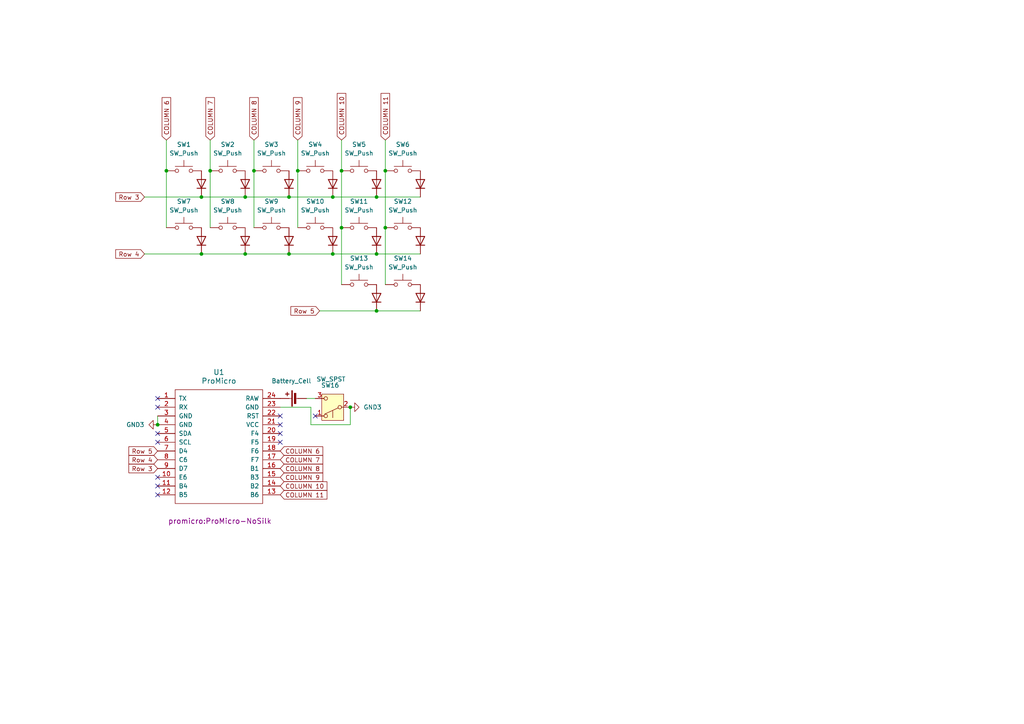
<source format=kicad_sch>
(kicad_sch (version 20231120) (generator "eeschema") (generator_version "8.0")
  (paper "A4")
  (lib_symbols
    (symbol "Device:Battery_Cell" (pin_numbers hide) (pin_names (offset 0) hide)
      (property "Reference" "BT" (at 2.54 2.54 0))
      (property "Value" "Battery_Cell" (at 2.54 0 0))
      (symbol "Battery_Cell_0_1"
        (rectangle (start -2.286 1.778) (end 2.286 1.524) (fill (type outline)))
        (rectangle (start -1.524 1.016) (end 1.524 0.508) (fill (type outline)))
        (polyline (pts (xy 0 0.762) (xy 0 0)))
        (polyline (pts (xy 0 1.778) (xy 0 2.54)))
        (polyline (pts (xy 0.762 3.048) (xy 1.778 3.048)) (stroke (width 0.254)))
        (polyline (pts (xy 1.27 3.556) (xy 1.27 2.54)) (stroke (width 0.254)))
      )
      (symbol "Battery_Cell_1_1"
        (pin passive line (at 0 5.08 270) (length 2.54) (name "+") (number "1"))
        (pin passive line (at 0 -2.54 90) (length 2.54) (name "-") (number "2"))
      )
    )
    (symbol "Device:D" (pin_numbers hide) (pin_names (offset 1.016) hide)
      (property "Reference" "D" (at 0 2.54 0))
      (property "Value" "D" (at 0 -2.54 0))
      (symbol "D_0_1"
        (polyline (pts (xy -1.27 1.27) (xy -1.27 -1.27)) (stroke (width 0.254)))
        (polyline (pts (xy 1.27 0) (xy -1.27 0)))
        (polyline (pts (xy 1.27 1.27) (xy 1.27 -1.27) (xy -1.27 0) (xy 1.27 1.27)) (stroke (width 0.254)))
      )
      (symbol "D_1_1"
        (pin passive line (at -3.81 0 0) (length 2.54) (name "K") (number "1"))
        (pin passive line (at 3.81 0 180) (length 2.54) (name "A") (number "2"))
      )
    )
    (symbol "Switch:SW_Push" (pin_numbers hide) (pin_names (offset 1.016) hide)
      (property "Reference" "SW" (at 1.27 2.54 0))
      (property "Value" "SW_Push" (at 0 -1.524 0))
      (symbol "SW_Push_0_1"
        (circle (center -2.032 0) (radius 0.508))
        (polyline (pts (xy 0 1.27) (xy 0 3.048)))
        (polyline (pts (xy 2.54 1.27) (xy -2.54 1.27)))
        (circle (center 2.032 0) (radius 0.508))
        (pin passive line (at -5.08 0 0) (length 2.54) (name "1") (number "1"))
        (pin passive line (at 5.08 0 180) (length 2.54) (name "2") (number "2"))
      )
    )
    (symbol "Switch:SW_Push_SPDT" (pin_names (offset 0) hide)
      (property "Reference" "SW" (at 0 5.08 0))
      (property "Value" "SW_Push_SPDT" (at 0 -5.08 0))
      (symbol "SW_Push_SPDT_0_0"
        (circle (center -2.032 0) (radius 0.508))
        (polyline (pts (xy 0 1.016) (xy 0 3.048)))
        (circle (center 2.032 -2.54) (radius 0.508))
      )
      (symbol "SW_Push_SPDT_0_1"
        (polyline (pts (xy -1.524 0.2032) (xy 2.3368 1.9812)))
        (circle (center 2.032 2.54) (radius 0.508))
      )
      (symbol "SW_Push_SPDT_1_1"
        (rectangle (start -3.175 3.81) (end 3.175 -3.81) (fill (type background)))
        (pin passive line (at 5.08 2.54 180) (length 2.54) (name "A") (number "1"))
        (pin passive line (at -5.08 0 0) (length 2.54) (name "B") (number "2"))
        (pin passive line (at 5.08 -2.54 180) (length 2.54) (name "C") (number "3"))
      )
    )
    (symbol "power:GND3" (power) (pin_numbers hide) (pin_names (offset 0) hide)
      (property "Value" "GND3" (at 0 -3.81 0))
      (symbol "GND3_0_1"
        (polyline (pts (xy 0 0) (xy 0 -1.27) (xy 1.27 -1.27) (xy 0 -2.54) (xy -1.27 -1.27) (xy 0 -1.27)))
      )
      (symbol "GND3_1_1"
        (pin power_in line (at 0 0 270) (length 0) (name "~") (number "1"))
      )
    )
    (symbol "promicro:ProMicro" (pin_names (offset 1.016))
      (property "Reference" "U" (at 0 24.13 0))
      (property "Value" "ProMicro" (at 0 -13.97 0))
      (symbol "ProMicro_0_1"
        (rectangle (start -12.7 21.59) (end 12.7 -11.43))
      )
      (symbol "ProMicro_1_1"
        (pin bidirectional line (at -17.78 19.05 0) (length 5.08) (name "TX") (number "1"))
        (pin bidirectional line (at -17.78 -3.81 0) (length 5.08) (name "E6") (number "10"))
        (pin bidirectional line (at -17.78 -6.35 0) (length 5.08) (name "B4") (number "11"))
        (pin bidirectional line (at -17.78 -8.89 0) (length 5.08) (name "B5") (number "12"))
        (pin bidirectional line (at 17.78 -8.89 180) (length 5.08) (name "B6") (number "13"))
        (pin bidirectional line (at 17.78 -6.35 180) (length 5.08) (name "B2") (number "14"))
        (pin bidirectional line (at 17.78 -3.81 180) (length 5.08) (name "B3") (number "15"))
        (pin bidirectional line (at 17.78 -1.27 180) (length 5.08) (name "B1") (number "16"))
        (pin bidirectional line (at 17.78 1.27 180) (length 5.08) (name "F7") (number "17"))
        (pin bidirectional line (at 17.78 3.81 180) (length 5.08) (name "F6") (number "18"))
        (pin bidirectional line (at 17.78 6.35 180) (length 5.08) (name "F5") (number "19"))
        (pin bidirectional line (at -17.78 16.51 0) (length 5.08) (name "RX") (number "2"))
        (pin bidirectional line (at 17.78 8.89 180) (length 5.08) (name "F4") (number "20"))
        (pin power_in line (at 17.78 11.43 180) (length 5.08) (name "VCC") (number "21"))
        (pin input line (at 17.78 13.97 180) (length 5.08) (name "RST") (number "22"))
        (pin power_in line (at 17.78 16.51 180) (length 5.08) (name "GND") (number "23"))
        (pin power_out line (at 17.78 19.05 180) (length 5.08) (name "RAW") (number "24"))
        (pin power_in line (at -17.78 13.97 0) (length 5.08) (name "GND") (number "3"))
        (pin power_in line (at -17.78 11.43 0) (length 5.08) (name "GND") (number "4"))
        (pin bidirectional line (at -17.78 8.89 0) (length 5.08) (name "SDA") (number "5"))
        (pin bidirectional line (at -17.78 6.35 0) (length 5.08) (name "SCL") (number "6"))
        (pin bidirectional line (at -17.78 3.81 0) (length 5.08) (name "D4") (number "7"))
        (pin bidirectional line (at -17.78 1.27 0) (length 5.08) (name "C6") (number "8"))
        (pin bidirectional line (at -17.78 -1.27 0) (length 5.08) (name "D7") (number "9"))
      )
    )
  )
  (junction (at 111.76 49.53))
  (junction (at 83.82 73.66))
  (junction (at 71.12 73.66))
  (junction (at 60.96 49.53))
  (junction (at 96.52 57.15))
  (junction (at 99.06 49.53))
  (junction (at 73.66 49.53))
  (junction (at 48.26 49.53))
  (junction (at 109.22 57.15))
  (junction (at 101.6 118.11))
  (junction (at 45.72 123.19))
  (junction (at 58.42 73.66))
  (junction (at 86.36 49.53))
  (junction (at 109.22 90.17))
  (junction (at 83.82 57.15))
  (junction (at 109.22 73.66))
  (junction (at 111.76 66.04))
  (junction (at 71.12 57.15))
  (junction (at 58.42 57.15))
  (junction (at 99.06 66.04))
  (junction (at 96.52 73.66))
  (no_connect (at 45.72 125.73))
  (no_connect (at 81.28 123.19))
  (no_connect (at 91.44 120.65))
  (no_connect (at 45.72 143.51))
  (no_connect (at 45.72 128.27))
  (no_connect (at 45.72 140.97))
  (no_connect (at 81.28 128.27))
  (no_connect (at 45.72 118.11))
  (no_connect (at 45.72 138.43))
  (no_connect (at 81.28 125.73))
  (no_connect (at 81.28 120.65))
  (no_connect (at 45.72 115.57))
  (wire (pts (xy 41.91 57.15) (xy 58.42 57.15)))
  (wire (pts (xy 73.66 40.64) (xy 73.66 49.53)))
  (wire (pts (xy 99.06 66.04) (xy 99.06 82.55)))
  (wire (pts (xy 60.96 49.53) (xy 60.96 66.04)))
  (wire (pts (xy 86.36 40.64) (xy 86.36 49.53)))
  (wire (pts (xy 111.76 40.64) (xy 111.76 49.53)))
  (wire (pts (xy 90.17 118.11) (xy 90.17 123.19)))
  (wire (pts (xy 101.6 123.19) (xy 101.6 118.11)))
  (wire (pts (xy 111.76 66.04) (xy 111.76 82.55)))
  (wire (pts (xy 111.76 49.53) (xy 111.76 66.04)))
  (wire (pts (xy 99.06 40.64) (xy 99.06 49.53)))
  (wire (pts (xy 71.12 57.15) (xy 83.82 57.15)))
  (wire (pts (xy 48.26 49.53) (xy 48.26 66.04)))
  (wire (pts (xy 81.28 118.11) (xy 90.17 118.11)))
  (wire (pts (xy 92.71 90.17) (xy 109.22 90.17)))
  (wire (pts (xy 58.42 73.66) (xy 71.12 73.66)))
  (wire (pts (xy 60.96 40.64) (xy 60.96 49.53)))
  (wire (pts (xy 99.06 49.53) (xy 99.06 66.04)))
  (wire (pts (xy 73.66 49.53) (xy 73.66 66.04)))
  (wire (pts (xy 96.52 73.66) (xy 109.22 73.66)))
  (wire (pts (xy 45.72 120.65) (xy 45.72 123.19)))
  (wire (pts (xy 109.22 57.15) (xy 121.92 57.15)))
  (wire (pts (xy 83.82 57.15) (xy 96.52 57.15)))
  (wire (pts (xy 83.82 73.66) (xy 96.52 73.66)))
  (wire (pts (xy 48.26 40.64) (xy 48.26 49.53)))
  (wire (pts (xy 109.22 73.66) (xy 121.92 73.66)))
  (wire (pts (xy 96.52 57.15) (xy 109.22 57.15)))
  (wire (pts (xy 86.36 49.53) (xy 86.36 66.04)))
  (wire (pts (xy 58.42 57.15) (xy 71.12 57.15)))
  (wire (pts (xy 71.12 73.66) (xy 83.82 73.66)))
  (wire (pts (xy 41.91 73.66) (xy 58.42 73.66)))
  (wire (pts (xy 109.22 90.17) (xy 121.92 90.17)))
  (wire (pts (xy 90.17 123.19) (xy 101.6 123.19)))
  (wire (pts (xy 91.44 115.57) (xy 88.9 115.57)))
  (global_label "COLUMN 8" (shape input) (at 73.66 40.64 90) (property "Intersheetrefs" "${INTERSHEET_REFS}" (effects (hide yes))))
  (global_label "COLUMN 9" (shape input) (at 86.36 40.64 90) (property "Intersheetrefs" "${INTERSHEET_REFS}" (effects (hide yes))))
  (global_label "COLUMN 6" (shape input) (at 81.28 130.81 0) (property "Intersheetrefs" "${INTERSHEET_REFS}" (effects (hide yes))))
  (global_label "Row 3" (shape input) (at 41.91 57.15 180) (property "Intersheetrefs" "${INTERSHEET_REFS}" (effects (hide yes))))
  (global_label "COLUMN 8" (shape input) (at 81.28 135.89 0) (property "Intersheetrefs" "${INTERSHEET_REFS}" (effects (hide yes))))
  (global_label "COLUMN 7" (shape input) (at 60.96 40.64 90) (property "Intersheetrefs" "${INTERSHEET_REFS}" (effects (hide yes))))
  (global_label "Row 5" (shape input) (at 45.72 130.81 180) (property "Intersheetrefs" "${INTERSHEET_REFS}" (effects (hide yes))))
  (global_label "Row 3" (shape input) (at 45.72 135.89 180) (property "Intersheetrefs" "${INTERSHEET_REFS}" (effects (hide yes))))
  (global_label "COLUMN 10" (shape input) (at 81.28 140.97 0) (property "Intersheetrefs" "${INTERSHEET_REFS}" (effects (hide yes))))
  (global_label "COLUMN 7" (shape input) (at 81.28 133.35 0) (property "Intersheetrefs" "${INTERSHEET_REFS}" (effects (hide yes))))
  (global_label "COLUMN 9" (shape input) (at 81.28 138.43 0) (property "Intersheetrefs" "${INTERSHEET_REFS}" (effects (hide yes))))
  (global_label "Row 4" (shape input) (at 41.91 73.66 180) (property "Intersheetrefs" "${INTERSHEET_REFS}" (effects (hide yes))))
  (global_label "COLUMN 11" (shape input) (at 111.76 40.64 90) (property "Intersheetrefs" "${INTERSHEET_REFS}" (effects (hide yes))))
  (global_label "COLUMN 11" (shape input) (at 81.28 143.51 0) (property "Intersheetrefs" "${INTERSHEET_REFS}" (effects (hide yes))))
  (global_label "COLUMN 10" (shape input) (at 99.06 40.64 90) (property "Intersheetrefs" "${INTERSHEET_REFS}" (effects (hide yes))))
  (global_label "Row 5" (shape input) (at 92.71 90.17 180) (property "Intersheetrefs" "${INTERSHEET_REFS}" (effects (hide yes))))
  (global_label "COLUMN 6" (shape input) (at 48.26 40.64 90) (property "Intersheetrefs" "${INTERSHEET_REFS}" (effects (hide yes))))
  (global_label "Row 4" (shape input) (at 45.72 133.35 180) (property "Intersheetrefs" "${INTERSHEET_REFS}" (effects (hide yes))))
  (symbol (lib_id "Device:D") (at 71.12 69.85 90) (unit 1)
    (property "Reference" "D8" (effects (hide yes)))
    (property "Value" "D" (effects (hide yes)))
    (property "Footprint" "1N4148W:SOD3716X145N" (effects (hide yes)))
    (property "Description" "DIODE GEN PURP 100V 300MA SOD123" (effects (hide yes)))
    (property "Sim.Device" "D" (effects (hide yes)))
    (property "Sim.Pins" "1=K 2=A" (effects (hide yes)))
    (property "Manufacturing Part" "1N4148W-7-F" (effects (hide yes)))
    (property "DigiKey" "1N4148W-FDICT-ND" (effects (hide yes)))
  )
  (symbol (lib_id "Switch:SW_Push") (at 78.74 66.04 0) (unit 1)
    (property "Reference" "SW9" (at 78.74 58.42 0))
    (property "Value" "SW_Push" (at 78.74 60.96 0))
    (property "Footprint" "PCM_Switch_Keyboard_Hotswap_Kailh:SW_Hotswap_Kailh_Choc_V1" (effects (hide yes)))
    (property "Description" "Push button switch, generic, two pins" (effects (hide yes)))
  )
  (symbol (lib_id "Switch:SW_Push") (at 91.44 49.53 0) (unit 1)
    (property "Reference" "SW4" (at 91.44 41.91 0))
    (property "Value" "SW_Push" (at 91.44 44.45 0))
    (property "Footprint" "PCM_Switch_Keyboard_Hotswap_Kailh:SW_Hotswap_Kailh_Choc_V1" (effects (hide yes)))
    (property "Description" "Push button switch, generic, two pins" (effects (hide yes)))
  )
  (symbol (lib_id "Device:D") (at 58.42 69.85 90) (unit 1)
    (property "Reference" "D7" (effects (hide yes)))
    (property "Value" "D" (effects (hide yes)))
    (property "Footprint" "1N4148W:SOD3716X145N" (effects (hide yes)))
    (property "Description" "DIODE GEN PURP 100V 300MA SOD123" (effects (hide yes)))
    (property "Sim.Device" "D" (effects (hide yes)))
    (property "Sim.Pins" "1=K 2=A" (effects (hide yes)))
    (property "Manufacturing Part" "1N4148W-7-F" (effects (hide yes)))
    (property "DigiKey" "1N4148W-FDICT-ND" (effects (hide yes)))
  )
  (symbol (lib_id "Switch:SW_Push") (at 104.14 82.55 0) (unit 1)
    (property "Reference" "SW13" (at 104.14 74.93 0))
    (property "Value" "SW_Push" (at 104.14 77.47 0))
    (property "Footprint" "PCM_Switch_Keyboard_Hotswap_Kailh:SW_Hotswap_Kailh_Choc_V1" (effects (hide yes)))
    (property "Description" "Push button switch, generic, two pins" (effects (hide yes)))
  )
  (symbol (lib_id "Switch:SW_Push") (at 66.04 66.04 0) (unit 1)
    (property "Reference" "SW8" (at 66.04 58.42 0))
    (property "Value" "SW_Push" (at 66.04 60.96 0))
    (property "Footprint" "PCM_Switch_Keyboard_Hotswap_Kailh:SW_Hotswap_Kailh_Choc_V1" (effects (hide yes)))
    (property "Description" "Push button switch, generic, two pins" (effects (hide yes)))
  )
  (symbol (lib_id "Device:D") (at 83.82 69.85 90) (unit 1)
    (property "Reference" "D9" (effects (hide yes)))
    (property "Value" "D" (effects (hide yes)))
    (property "Footprint" "1N4148W:SOD3716X145N" (effects (hide yes)))
    (property "Description" "DIODE GEN PURP 100V 300MA SOD123" (effects (hide yes)))
    (property "Sim.Device" "D" (effects (hide yes)))
    (property "Sim.Pins" "1=K 2=A" (effects (hide yes)))
    (property "Manufacturing Part" "1N4148W-7-F" (effects (hide yes)))
    (property "DigiKey" "1N4148W-FDICT-ND" (effects (hide yes)))
  )
  (symbol (lib_id "power:GND3") (at 101.6 118.11 90) (unit 1)
    (property "Reference" "#PWR0303" (effects (hide yes)))
    (property "Value" "GND3" (at 105.41 118.1099 90) (effects (justify right)))
    (property "Description" "Power symbol creates a global label with name \"GND3\" , ground" (effects (hide yes)))
  )
  (symbol (lib_id "Switch:SW_Push") (at 116.84 49.53 0) (unit 1)
    (property "Reference" "SW6" (at 116.84 41.91 0))
    (property "Value" "SW_Push" (at 116.84 44.45 0))
    (property "Footprint" "PCM_Switch_Keyboard_Hotswap_Kailh:SW_Hotswap_Kailh_Choc_V1" (effects (hide yes)))
    (property "Description" "Push button switch, generic, two pins" (effects (hide yes)))
  )
  (symbol (lib_id "Device:D") (at 121.92 69.85 90) (unit 1)
    (property "Reference" "D12" (effects (hide yes)))
    (property "Value" "D" (effects (hide yes)))
    (property "Footprint" "1N4148W:SOD3716X145N" (effects (hide yes)))
    (property "Description" "DIODE GEN PURP 100V 300MA SOD123" (effects (hide yes)))
    (property "Sim.Device" "D" (effects (hide yes)))
    (property "Sim.Pins" "1=K 2=A" (effects (hide yes)))
    (property "Manufacturing Part" "1N4148W-7-F" (effects (hide yes)))
    (property "DigiKey" "1N4148W-FDICT-ND" (effects (hide yes)))
  )
  (symbol (lib_id "Device:D") (at 96.52 69.85 90) (unit 1)
    (property "Reference" "D10" (effects (hide yes)))
    (property "Value" "D" (effects (hide yes)))
    (property "Footprint" "1N4148W:SOD3716X145N" (effects (hide yes)))
    (property "Description" "DIODE GEN PURP 100V 300MA SOD123" (effects (hide yes)))
    (property "Sim.Device" "D" (effects (hide yes)))
    (property "Sim.Pins" "1=K 2=A" (effects (hide yes)))
    (property "Manufacturing Part" "1N4148W-7-F" (effects (hide yes)))
    (property "DigiKey" "1N4148W-FDICT-ND" (effects (hide yes)))
  )
  (symbol (lib_id "Device:D") (at 96.52 53.34 90) (unit 1)
    (property "Reference" "D4" (effects (hide yes)))
    (property "Value" "D" (effects (hide yes)))
    (property "Footprint" "1N4148W:SOD3716X145N" (effects (hide yes)))
    (property "Description" "DIODE GEN PURP 100V 300MA SOD123" (effects (hide yes)))
    (property "Sim.Device" "D" (effects (hide yes)))
    (property "Sim.Pins" "1=K 2=A" (effects (hide yes)))
    (property "Manufacturing Part" "1N4148W-7-F" (effects (hide yes)))
    (property "DigiKey" "1N4148W-FDICT-ND" (effects (hide yes)))
  )
  (symbol (lib_id "promicro:ProMicro") (at 63.5 134.62 0) (unit 1)
    (property "Reference" "U1" (at 63.5 107.95 0) (effects (font (size 1.524 1.524))))
    (property "Value" "ProMicro" (at 63.5 110.49 0) (effects (font (size 1.524 1.524))))
    (property "Footprint" "promicro:ProMicro-NoSilk" (at 63.754 151.13 0) (effects (font (size 1.524 1.524))))
  )
  (symbol (lib_id "Device:D") (at 58.42 53.34 90) (unit 1)
    (property "Reference" "D1" (effects (hide yes)))
    (property "Value" "D" (effects (hide yes)))
    (property "Footprint" "1N4148W:SOD3716X145N" (effects (hide yes)))
    (property "Description" "DIODE GEN PURP 100V 300MA SOD123" (effects (hide yes)))
    (property "Sim.Device" "D" (effects (hide yes)))
    (property "Sim.Pins" "1=K 2=A" (effects (hide yes)))
    (property "Manufacturing Part" "1N4148W-7-F" (effects (hide yes)))
    (property "DigiKey" "1N4148W-FDICT-ND" (effects (hide yes)))
  )
  (symbol (lib_id "Device:D") (at 83.82 53.34 90) (unit 1)
    (property "Reference" "D3" (effects (hide yes)))
    (property "Value" "D" (effects (hide yes)))
    (property "Footprint" "1N4148W:SOD3716X145N" (effects (hide yes)))
    (property "Description" "DIODE GEN PURP 100V 300MA SOD123" (effects (hide yes)))
    (property "Sim.Device" "D" (effects (hide yes)))
    (property "Sim.Pins" "1=K 2=A" (effects (hide yes)))
    (property "Manufacturing Part" "1N4148W-7-F" (effects (hide yes)))
    (property "DigiKey" "1N4148W-FDICT-ND" (effects (hide yes)))
  )
  (symbol (lib_id "Device:D") (at 109.22 53.34 90) (unit 1)
    (property "Reference" "D5" (effects (hide yes)))
    (property "Value" "D" (effects (hide yes)))
    (property "Footprint" "1N4148W:SOD3716X145N" (effects (hide yes)))
    (property "Description" "DIODE GEN PURP 100V 300MA SOD123" (effects (hide yes)))
    (property "Sim.Device" "D" (effects (hide yes)))
    (property "Sim.Pins" "1=K 2=A" (effects (hide yes)))
    (property "Manufacturing Part" "1N4148W-7-F" (effects (hide yes)))
    (property "DigiKey" "1N4148W-FDICT-ND" (effects (hide yes)))
  )
  (symbol (lib_id "Device:D") (at 109.22 86.36 90) (unit 1)
    (property "Reference" "D14" (effects (hide yes)))
    (property "Value" "D" (effects (hide yes)))
    (property "Footprint" "1N4148W:SOD3716X145N" (effects (hide yes)))
    (property "Description" "DIODE GEN PURP 100V 300MA SOD123" (effects (hide yes)))
    (property "Sim.Device" "D" (effects (hide yes)))
    (property "Sim.Pins" "1=K 2=A" (effects (hide yes)))
    (property "Manufacturing Part" "1N4148W-7-F" (effects (hide yes)))
    (property "DigiKey" "1N4148W-FDICT-ND" (effects (hide yes)))
  )
  (symbol (lib_id "Device:D") (at 121.92 53.34 90) (unit 1)
    (property "Reference" "D6" (effects (hide yes)))
    (property "Value" "D" (effects (hide yes)))
    (property "Footprint" "1N4148W:SOD3716X145N" (effects (hide yes)))
    (property "Description" "DIODE GEN PURP 100V 300MA SOD123" (effects (hide yes)))
    (property "Sim.Device" "D" (effects (hide yes)))
    (property "Sim.Pins" "1=K 2=A" (effects (hide yes)))
    (property "Manufacturing Part" "1N4148W-7-F" (effects (hide yes)))
    (property "DigiKey" "1N4148W-FDICT-ND" (effects (hide yes)))
  )
  (symbol (lib_id "Switch:SW_Push") (at 53.34 49.53 0) (unit 1)
    (property "Reference" "SW1" (at 53.34 41.91 0))
    (property "Value" "SW_Push" (at 53.34 44.45 0))
    (property "Footprint" "PCM_Switch_Keyboard_Hotswap_Kailh:SW_Hotswap_Kailh_Choc_V1" (effects (hide yes)))
    (property "Description" "Push button switch, generic, two pins" (effects (hide yes)))
  )
  (symbol (lib_id "Switch:SW_Push") (at 116.84 82.55 0) (unit 1)
    (property "Reference" "SW14" (at 116.84 74.93 0))
    (property "Value" "SW_Push" (at 116.84 77.47 0))
    (property "Footprint" "PCM_Switch_Keyboard_Hotswap_Kailh:SW_Hotswap_Kailh_Choc_V1" (effects (hide yes)))
    (property "Description" "Push button switch, generic, two pins" (effects (hide yes)))
  )
  (symbol (lib_id "Switch:SW_Push") (at 53.34 66.04 0) (unit 1)
    (property "Reference" "SW7" (at 53.34 58.42 0))
    (property "Value" "SW_Push" (at 53.34 60.96 0))
    (property "Footprint" "PCM_Switch_Keyboard_Hotswap_Kailh:SW_Hotswap_Kailh_Choc_V1" (effects (hide yes)))
    (property "Description" "Push button switch, generic, two pins" (effects (hide yes)))
  )
  (symbol (lib_id "Switch:SW_Push") (at 116.84 66.04 0) (unit 1)
    (property "Reference" "SW12" (at 116.84 58.42 0))
    (property "Value" "SW_Push" (at 116.84 60.96 0))
    (property "Footprint" "PCM_Switch_Keyboard_Hotswap_Kailh:SW_Hotswap_Kailh_Choc_V1" (effects (hide yes)))
    (property "Description" "Push button switch, generic, two pins" (effects (hide yes)))
  )
  (symbol (lib_id "Device:D") (at 121.92 86.36 90) (unit 1)
    (property "Reference" "D13" (effects (hide yes)))
    (property "Value" "D" (effects (hide yes)))
    (property "Footprint" "1N4148W:SOD3716X145N" (effects (hide yes)))
    (property "Description" "DIODE GEN PURP 100V 300MA SOD123" (effects (hide yes)))
    (property "Sim.Device" "D" (effects (hide yes)))
    (property "Sim.Pins" "1=K 2=A" (effects (hide yes)))
    (property "Manufacturing Part" "1N4148W-7-F" (effects (hide yes)))
    (property "DigiKey" "1N4148W-FDICT-ND" (effects (hide yes)))
  )
  (symbol (lib_id "Switch:SW_Push") (at 91.44 66.04 0) (unit 1)
    (property "Reference" "SW10" (at 91.44 58.42 0))
    (property "Value" "SW_Push" (at 91.44 60.96 0))
    (property "Footprint" "PCM_Switch_Keyboard_Hotswap_Kailh:SW_Hotswap_Kailh_Choc_V1" (effects (hide yes)))
    (property "Description" "Push button switch, generic, two pins" (effects (hide yes)))
  )
  (symbol (lib_id "Device:Battery_Cell") (at 86.36 115.57 90) (unit 1)
    (property "Reference" "BT1" (effects (hide yes)))
    (property "Value" "Battery_Cell" (at 84.5185 110.49 90))
    (property "Footprint" "TestPoint:TestPoint_Bridge_Pitch5.08mm_Drill0.7mm" (effects (hide yes)))
    (property "Description" "Single-cell battery" (effects (hide yes)))
  )
  (symbol (lib_id "Switch:SW_Push_SPDT") (at 96.52 118.11 180) (unit 1)
    (property "Reference" "SW16" (at 95.758 111.76 0))
    (property "Value" "SW_SPST" (at 96.012 109.982 0))
    (property "Footprint" "Button_Switch_SMD:SW_SPDT_PCM12" (effects (hide yes)))
    (property "Description" "Momentary Switch, single pole double throw" (effects (hide yes)))
    (property "LCSC Part" "C431540" (effects (hide yes)))
    (property "Manufacturer Part" "MSK12C02" (effects (hide yes)))
    (property "JLC Part" "C431540" (effects (hide yes)))
  )
  (symbol (lib_id "Device:D") (at 71.12 53.34 90) (unit 1)
    (property "Reference" "D2" (effects (hide yes)))
    (property "Value" "D" (effects (hide yes)))
    (property "Footprint" "1N4148W:SOD3716X145N" (effects (hide yes)))
    (property "Description" "DIODE GEN PURP 100V 300MA SOD123" (effects (hide yes)))
    (property "Sim.Device" "D" (effects (hide yes)))
    (property "Sim.Pins" "1=K 2=A" (effects (hide yes)))
    (property "Manufacturing Part" "1N4148W-7-F" (effects (hide yes)))
    (property "DigiKey" "1N4148W-FDICT-ND" (effects (hide yes)))
  )
  (symbol (lib_id "power:GND3") (at 45.72 123.19 270) (unit 1)
    (property "Reference" "#PWR0302" (effects (hide yes)))
    (property "Value" "GND3" (at 41.91 123.1899 90) (effects (justify right)))
    (property "Description" "Power symbol creates a global label with name \"GND3\" , ground" (effects (hide yes)))
  )
  (symbol (lib_id "Switch:SW_Push") (at 104.14 49.53 0) (unit 1)
    (property "Reference" "SW5" (at 104.14 41.91 0))
    (property "Value" "SW_Push" (at 104.14 44.45 0))
    (property "Footprint" "PCM_Switch_Keyboard_Hotswap_Kailh:SW_Hotswap_Kailh_Choc_V1" (effects (hide yes)))
    (property "Description" "Push button switch, generic, two pins" (effects (hide yes)))
  )
  (symbol (lib_id "Switch:SW_Push") (at 66.04 49.53 0) (unit 1)
    (property "Reference" "SW2" (at 66.04 41.91 0))
    (property "Value" "SW_Push" (at 66.04 44.45 0))
    (property "Footprint" "PCM_Switch_Keyboard_Hotswap_Kailh:SW_Hotswap_Kailh_Choc_V1" (effects (hide yes)))
    (property "Description" "Push button switch, generic, two pins" (effects (hide yes)))
  )
  (symbol (lib_id "Device:D") (at 109.22 69.85 90) (unit 1)
    (property "Reference" "D11" (effects (hide yes)))
    (property "Value" "D" (effects (hide yes)))
    (property "Footprint" "1N4148W:SOD3716X145N" (effects (hide yes)))
    (property "Description" "DIODE GEN PURP 100V 300MA SOD123" (effects (hide yes)))
    (property "Sim.Device" "D" (effects (hide yes)))
    (property "Sim.Pins" "1=K 2=A" (effects (hide yes)))
    (property "Manufacturing Part" "1N4148W-7-F" (effects (hide yes)))
    (property "DigiKey" "1N4148W-FDICT-ND" (effects (hide yes)))
  )
  (symbol (lib_id "Switch:SW_Push") (at 104.14 66.04 0) (unit 1)
    (property "Reference" "SW11" (at 104.14 58.42 0))
    (property "Value" "SW_Push" (at 104.14 60.96 0))
    (property "Footprint" "PCM_Switch_Keyboard_Hotswap_Kailh:SW_Hotswap_Kailh_Choc_V1" (effects (hide yes)))
    (property "Description" "Push button switch, generic, two pins" (effects (hide yes)))
  )
  (symbol (lib_id "Switch:SW_Push") (at 78.74 49.53 0) (unit 1)
    (property "Reference" "SW3" (at 78.74 41.91 0))
    (property "Value" "SW_Push" (at 78.74 44.45 0))
    (property "Footprint" "PCM_Switch_Keyboard_Hotswap_Kailh:SW_Hotswap_Kailh_Choc_V1" (effects (hide yes)))
    (property "Description" "Push button switch, generic, two pins" (effects (hide yes)))
  )
)
</source>
